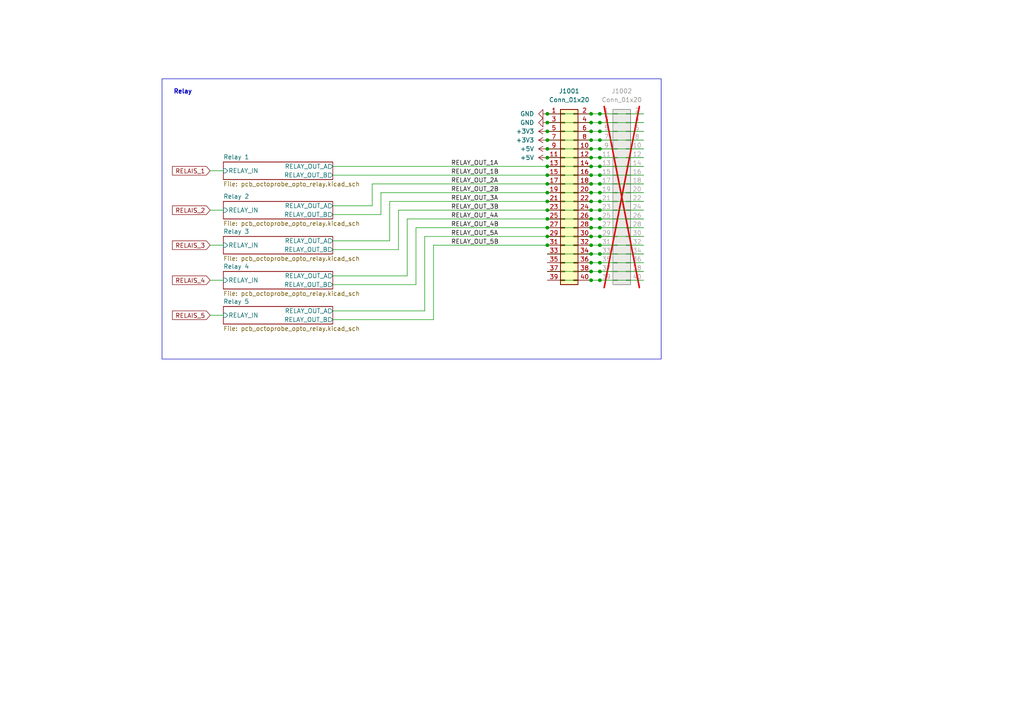
<source format=kicad_sch>
(kicad_sch (version 20231120) (generator "eeschema") (generator_version "8.0")
  (paper "A4")
  (title_block (title "Octoprobe tentacle") (date "2024-07-05") (rev "0.2") (company "Hans Märki, Märki Informatik") (comment 1 "The MIT License (MIT)"))
  (lib_symbols
    (symbol "Connector_Generic:Conn_02x20_Odd_Even" (pin_names (offset 1.016) hide)
      (property "Reference" "J" (at 1.27 25.4 0))
      (property "Value" "Conn_02x20_Odd_Even" (at 1.27 -27.94 0))
      (symbol "Conn_02x20_Odd_Even_1_1"
        (rectangle (start -1.27 -25.273) (end 0 -25.527) (stroke (width 0.1524)))
        (rectangle (start -1.27 -22.733) (end 0 -22.987) (stroke (width 0.1524)))
        (rectangle (start -1.27 -20.193) (end 0 -20.447) (stroke (width 0.1524)))
        (rectangle (start -1.27 -17.653) (end 0 -17.907) (stroke (width 0.1524)))
        (rectangle (start -1.27 -15.113) (end 0 -15.367) (stroke (width 0.1524)))
        (rectangle (start -1.27 -12.573) (end 0 -12.827) (stroke (width 0.1524)))
        (rectangle (start -1.27 -10.033) (end 0 -10.287) (stroke (width 0.1524)))
        (rectangle (start -1.27 -7.493) (end 0 -7.747) (stroke (width 0.1524)))
        (rectangle (start -1.27 -4.953) (end 0 -5.207) (stroke (width 0.1524)))
        (rectangle (start -1.27 -2.413) (end 0 -2.667) (stroke (width 0.1524)))
        (rectangle (start -1.27 0.127) (end 0 -0.127) (stroke (width 0.1524)))
        (rectangle (start -1.27 2.667) (end 0 2.413) (stroke (width 0.1524)))
        (rectangle (start -1.27 5.207) (end 0 4.953) (stroke (width 0.1524)))
        (rectangle (start -1.27 7.747) (end 0 7.493) (stroke (width 0.1524)))
        (rectangle (start -1.27 10.287) (end 0 10.033) (stroke (width 0.1524)))
        (rectangle (start -1.27 12.827) (end 0 12.573) (stroke (width 0.1524)))
        (rectangle (start -1.27 15.367) (end 0 15.113) (stroke (width 0.1524)))
        (rectangle (start -1.27 17.907) (end 0 17.653) (stroke (width 0.1524)))
        (rectangle (start -1.27 20.447) (end 0 20.193) (stroke (width 0.1524)))
        (rectangle (start -1.27 22.987) (end 0 22.733) (stroke (width 0.1524)))
        (rectangle (start -1.27 24.13) (end 3.81 -26.67) (stroke (width 0.254)) (fill (type background)))
        (rectangle (start 3.81 -25.273) (end 2.54 -25.527) (stroke (width 0.1524)))
        (rectangle (start 3.81 -22.733) (end 2.54 -22.987) (stroke (width 0.1524)))
        (rectangle (start 3.81 -20.193) (end 2.54 -20.447) (stroke (width 0.1524)))
        (rectangle (start 3.81 -17.653) (end 2.54 -17.907) (stroke (width 0.1524)))
        (rectangle (start 3.81 -15.113) (end 2.54 -15.367) (stroke (width 0.1524)))
        (rectangle (start 3.81 -12.573) (end 2.54 -12.827) (stroke (width 0.1524)))
        (rectangle (start 3.81 -10.033) (end 2.54 -10.287) (stroke (width 0.1524)))
        (rectangle (start 3.81 -7.493) (end 2.54 -7.747) (stroke (width 0.1524)))
        (rectangle (start 3.81 -4.953) (end 2.54 -5.207) (stroke (width 0.1524)))
        (rectangle (start 3.81 -2.413) (end 2.54 -2.667) (stroke (width 0.1524)))
        (rectangle (start 3.81 0.127) (end 2.54 -0.127) (stroke (width 0.1524)))
        (rectangle (start 3.81 2.667) (end 2.54 2.413) (stroke (width 0.1524)))
        (rectangle (start 3.81 5.207) (end 2.54 4.953) (stroke (width 0.1524)))
        (rectangle (start 3.81 7.747) (end 2.54 7.493) (stroke (width 0.1524)))
        (rectangle (start 3.81 10.287) (end 2.54 10.033) (stroke (width 0.1524)))
        (rectangle (start 3.81 12.827) (end 2.54 12.573) (stroke (width 0.1524)))
        (rectangle (start 3.81 15.367) (end 2.54 15.113) (stroke (width 0.1524)))
        (rectangle (start 3.81 17.907) (end 2.54 17.653) (stroke (width 0.1524)))
        (rectangle (start 3.81 20.447) (end 2.54 20.193) (stroke (width 0.1524)))
        (rectangle (start 3.81 22.987) (end 2.54 22.733) (stroke (width 0.1524)))
        (pin passive line (at -5.08 22.86 0) (length 3.81) (name "Pin_1") (number "1"))
        (pin passive line (at 7.62 12.7 180) (length 3.81) (name "Pin_10") (number "10"))
        (pin passive line (at -5.08 10.16 0) (length 3.81) (name "Pin_11") (number "11"))
        (pin passive line (at 7.62 10.16 180) (length 3.81) (name "Pin_12") (number "12"))
        (pin passive line (at -5.08 7.62 0) (length 3.81) (name "Pin_13") (number "13"))
        (pin passive line (at 7.62 7.62 180) (length 3.81) (name "Pin_14") (number "14"))
        (pin passive line (at -5.08 5.08 0) (length 3.81) (name "Pin_15") (number "15"))
        (pin passive line (at 7.62 5.08 180) (length 3.81) (name "Pin_16") (number "16"))
        (pin passive line (at -5.08 2.54 0) (length 3.81) (name "Pin_17") (number "17"))
        (pin passive line (at 7.62 2.54 180) (length 3.81) (name "Pin_18") (number "18"))
        (pin passive line (at -5.08 0 0) (length 3.81) (name "Pin_19") (number "19"))
        (pin passive line (at 7.62 22.86 180) (length 3.81) (name "Pin_2") (number "2"))
        (pin passive line (at 7.62 0 180) (length 3.81) (name "Pin_20") (number "20"))
        (pin passive line (at -5.08 -2.54 0) (length 3.81) (name "Pin_21") (number "21"))
        (pin passive line (at 7.62 -2.54 180) (length 3.81) (name "Pin_22") (number "22"))
        (pin passive line (at -5.08 -5.08 0) (length 3.81) (name "Pin_23") (number "23"))
        (pin passive line (at 7.62 -5.08 180) (length 3.81) (name "Pin_24") (number "24"))
        (pin passive line (at -5.08 -7.62 0) (length 3.81) (name "Pin_25") (number "25"))
        (pin passive line (at 7.62 -7.62 180) (length 3.81) (name "Pin_26") (number "26"))
        (pin passive line (at -5.08 -10.16 0) (length 3.81) (name "Pin_27") (number "27"))
        (pin passive line (at 7.62 -10.16 180) (length 3.81) (name "Pin_28") (number "28"))
        (pin passive line (at -5.08 -12.7 0) (length 3.81) (name "Pin_29") (number "29"))
        (pin passive line (at -5.08 20.32 0) (length 3.81) (name "Pin_3") (number "3"))
        (pin passive line (at 7.62 -12.7 180) (length 3.81) (name "Pin_30") (number "30"))
        (pin passive line (at -5.08 -15.24 0) (length 3.81) (name "Pin_31") (number "31"))
        (pin passive line (at 7.62 -15.24 180) (length 3.81) (name "Pin_32") (number "32"))
        (pin passive line (at -5.08 -17.78 0) (length 3.81) (name "Pin_33") (number "33"))
        (pin passive line (at 7.62 -17.78 180) (length 3.81) (name "Pin_34") (number "34"))
        (pin passive line (at -5.08 -20.32 0) (length 3.81) (name "Pin_35") (number "35"))
        (pin passive line (at 7.62 -20.32 180) (length 3.81) (name "Pin_36") (number "36"))
        (pin passive line (at -5.08 -22.86 0) (length 3.81) (name "Pin_37") (number "37"))
        (pin passive line (at 7.62 -22.86 180) (length 3.81) (name "Pin_38") (number "38"))
        (pin passive line (at -5.08 -25.4 0) (length 3.81) (name "Pin_39") (number "39"))
        (pin passive line (at 7.62 20.32 180) (length 3.81) (name "Pin_4") (number "4"))
        (pin passive line (at 7.62 -25.4 180) (length 3.81) (name "Pin_40") (number "40"))
        (pin passive line (at -5.08 17.78 0) (length 3.81) (name "Pin_5") (number "5"))
        (pin passive line (at 7.62 17.78 180) (length 3.81) (name "Pin_6") (number "6"))
        (pin passive line (at -5.08 15.24 0) (length 3.81) (name "Pin_7") (number "7"))
        (pin passive line (at 7.62 15.24 180) (length 3.81) (name "Pin_8") (number "8"))
        (pin passive line (at -5.08 12.7 0) (length 3.81) (name "Pin_9") (number "9"))
      )
    )
    (symbol "power:+3V3" (power) (pin_numbers hide) (pin_names (offset 0) hide)
      (property "Value" "+3V3" (at 0 3.556 0))
      (symbol "+3V3_0_1"
        (polyline (pts (xy -0.762 1.27) (xy 0 2.54)))
        (polyline (pts (xy 0 0) (xy 0 2.54)))
        (polyline (pts (xy 0 2.54) (xy 0.762 1.27)))
      )
      (symbol "+3V3_1_1"
        (pin power_in line (at 0 0 90) (length 0) (name "~") (number "1"))
      )
    )
    (symbol "power:+5V" (power) (pin_numbers hide) (pin_names (offset 0) hide)
      (property "Value" "+5V" (at 0 3.556 0))
      (symbol "+5V_0_1"
        (polyline (pts (xy -0.762 1.27) (xy 0 2.54)))
        (polyline (pts (xy 0 0) (xy 0 2.54)))
        (polyline (pts (xy 0 2.54) (xy 0.762 1.27)))
      )
      (symbol "+5V_1_1"
        (pin power_in line (at 0 0 90) (length 0) (name "~") (number "1"))
      )
    )
    (symbol "power:GND" (power) (pin_numbers hide) (pin_names (offset 0) hide)
      (property "Value" "GND" (at 0 -3.81 0))
      (symbol "GND_0_1"
        (polyline (pts (xy 0 0) (xy 0 -1.27) (xy 1.27 -1.27) (xy 0 -2.54) (xy -1.27 -1.27) (xy 0 -1.27)))
      )
      (symbol "GND_1_1"
        (pin power_in line (at 0 0 270) (length 0) (name "~") (number "1"))
      )
    )
  )
  (junction (at 173.99 66.04))
  (junction (at 158.75 33.02))
  (junction (at 158.75 66.04))
  (junction (at 171.45 35.56))
  (junction (at 158.75 68.58))
  (junction (at 158.75 40.64))
  (junction (at 171.45 53.34))
  (junction (at 171.45 50.8))
  (junction (at 171.45 68.58))
  (junction (at 171.45 60.96))
  (junction (at 158.75 53.34))
  (junction (at 158.75 38.1))
  (junction (at 158.75 55.88))
  (junction (at 173.99 76.2))
  (junction (at 158.75 60.96))
  (junction (at 171.45 76.2))
  (junction (at 173.99 53.34))
  (junction (at 158.75 45.72))
  (junction (at 171.45 71.12))
  (junction (at 173.99 73.66))
  (junction (at 171.45 55.88))
  (junction (at 173.99 55.88))
  (junction (at 173.99 35.56))
  (junction (at 158.75 71.12))
  (junction (at 158.75 48.26))
  (junction (at 173.99 60.96))
  (junction (at 171.45 78.74))
  (junction (at 173.99 40.64))
  (junction (at 173.99 78.74))
  (junction (at 173.99 71.12))
  (junction (at 173.99 43.18))
  (junction (at 173.99 45.72))
  (junction (at 158.75 58.42))
  (junction (at 173.99 33.02))
  (junction (at 171.45 58.42))
  (junction (at 158.75 43.18))
  (junction (at 158.75 63.5))
  (junction (at 173.99 68.58))
  (junction (at 171.45 33.02))
  (junction (at 173.99 50.8))
  (junction (at 171.45 66.04))
  (junction (at 173.99 48.26))
  (junction (at 171.45 73.66))
  (junction (at 171.45 40.64))
  (junction (at 158.75 35.56))
  (junction (at 158.75 50.8))
  (junction (at 171.45 45.72))
  (junction (at 171.45 48.26))
  (junction (at 171.45 43.18))
  (junction (at 171.45 81.28))
  (junction (at 173.99 81.28))
  (junction (at 171.45 63.5))
  (junction (at 171.45 38.1))
  (junction (at 173.99 58.42))
  (junction (at 173.99 63.5))
  (junction (at 173.99 38.1))
  (wire (pts (xy 123.19 90.17) (xy 123.19 68.58)))
  (wire (pts (xy 120.65 66.04) (xy 120.65 82.55)))
  (wire (pts (xy 113.03 69.85) (xy 96.52 69.85)))
  (wire (pts (xy 125.73 92.71) (xy 125.73 71.12)))
  (wire (pts (xy 173.99 53.34) (xy 186.69 53.34)))
  (wire (pts (xy 173.99 33.02) (xy 186.69 33.02)))
  (wire (pts (xy 158.75 40.64) (xy 171.45 40.64)))
  (wire (pts (xy 171.45 68.58) (xy 173.99 68.58)))
  (wire (pts (xy 158.75 50.8) (xy 171.45 50.8)))
  (wire (pts (xy 96.52 90.17) (xy 123.19 90.17)))
  (wire (pts (xy 173.99 73.66) (xy 186.69 73.66)))
  (wire (pts (xy 158.75 73.66) (xy 171.45 73.66)))
  (wire (pts (xy 158.75 55.88) (xy 171.45 55.88)))
  (wire (pts (xy 171.45 81.28) (xy 173.99 81.28)))
  (wire (pts (xy 158.75 48.26) (xy 171.45 48.26)))
  (wire (pts (xy 158.75 53.34) (xy 171.45 53.34)))
  (wire (pts (xy 158.75 35.56) (xy 171.45 35.56)))
  (wire (pts (xy 171.45 71.12) (xy 173.99 71.12)))
  (wire (pts (xy 158.75 63.5) (xy 171.45 63.5)))
  (wire (pts (xy 158.75 68.58) (xy 171.45 68.58)))
  (wire (pts (xy 118.11 63.5) (xy 118.11 80.01)))
  (wire (pts (xy 60.96 60.96) (xy 64.77 60.96)))
  (wire (pts (xy 60.96 49.53) (xy 64.77 49.53)))
  (wire (pts (xy 158.75 45.72) (xy 171.45 45.72)))
  (wire (pts (xy 158.75 58.42) (xy 113.03 58.42)))
  (wire (pts (xy 158.75 43.18) (xy 171.45 43.18)))
  (wire (pts (xy 115.57 72.39) (xy 115.57 60.96)))
  (wire (pts (xy 158.75 76.2) (xy 171.45 76.2)))
  (wire (pts (xy 125.73 92.71) (xy 96.52 92.71)))
  (wire (pts (xy 171.45 50.8) (xy 173.99 50.8)))
  (wire (pts (xy 158.75 33.02) (xy 171.45 33.02)))
  (wire (pts (xy 171.45 40.64) (xy 173.99 40.64)))
  (wire (pts (xy 173.99 58.42) (xy 186.69 58.42)))
  (wire (pts (xy 171.45 78.74) (xy 173.99 78.74)))
  (wire (pts (xy 173.99 45.72) (xy 186.69 45.72)))
  (wire (pts (xy 173.99 55.88) (xy 186.69 55.88)))
  (wire (pts (xy 96.52 72.39) (xy 115.57 72.39)))
  (wire (pts (xy 173.99 43.18) (xy 186.69 43.18)))
  (wire (pts (xy 173.99 71.12) (xy 186.69 71.12)))
  (wire (pts (xy 158.75 81.28) (xy 171.45 81.28)))
  (wire (pts (xy 173.99 68.58) (xy 186.69 68.58)))
  (wire (pts (xy 96.52 48.26) (xy 158.75 48.26)))
  (wire (pts (xy 120.65 82.55) (xy 96.52 82.55)))
  (wire (pts (xy 173.99 50.8) (xy 186.69 50.8)))
  (wire (pts (xy 171.45 43.18) (xy 173.99 43.18)))
  (wire (pts (xy 171.45 63.5) (xy 173.99 63.5)))
  (wire (pts (xy 120.65 66.04) (xy 158.75 66.04)))
  (wire (pts (xy 171.45 58.42) (xy 173.99 58.42)))
  (wire (pts (xy 60.96 91.44) (xy 64.77 91.44)))
  (wire (pts (xy 173.99 60.96) (xy 186.69 60.96)))
  (wire (pts (xy 158.75 78.74) (xy 171.45 78.74)))
  (wire (pts (xy 171.45 73.66) (xy 173.99 73.66)))
  (wire (pts (xy 173.99 66.04) (xy 186.69 66.04)))
  (wire (pts (xy 110.49 62.23) (xy 110.49 55.88)))
  (wire (pts (xy 158.75 60.96) (xy 171.45 60.96)))
  (wire (pts (xy 158.75 71.12) (xy 125.73 71.12)))
  (wire (pts (xy 158.75 71.12) (xy 171.45 71.12)))
  (wire (pts (xy 171.45 35.56) (xy 173.99 35.56)))
  (wire (pts (xy 171.45 55.88) (xy 173.99 55.88)))
  (wire (pts (xy 158.75 66.04) (xy 171.45 66.04)))
  (wire (pts (xy 173.99 40.64) (xy 186.69 40.64)))
  (wire (pts (xy 96.52 80.01) (xy 118.11 80.01)))
  (wire (pts (xy 173.99 35.56) (xy 186.69 35.56)))
  (wire (pts (xy 173.99 81.28) (xy 186.69 81.28)))
  (wire (pts (xy 171.45 66.04) (xy 173.99 66.04)))
  (wire (pts (xy 115.57 60.96) (xy 158.75 60.96)))
  (wire (pts (xy 171.45 45.72) (xy 173.99 45.72)))
  (wire (pts (xy 171.45 48.26) (xy 173.99 48.26)))
  (wire (pts (xy 173.99 48.26) (xy 186.69 48.26)))
  (wire (pts (xy 171.45 76.2) (xy 173.99 76.2)))
  (wire (pts (xy 158.75 53.34) (xy 107.95 53.34)))
  (wire (pts (xy 110.49 55.88) (xy 158.75 55.88)))
  (wire (pts (xy 96.52 50.8) (xy 158.75 50.8)))
  (wire (pts (xy 107.95 53.34) (xy 107.95 59.69)))
  (wire (pts (xy 171.45 60.96) (xy 173.99 60.96)))
  (wire (pts (xy 107.95 59.69) (xy 96.52 59.69)))
  (wire (pts (xy 171.45 53.34) (xy 173.99 53.34)))
  (wire (pts (xy 158.75 68.58) (xy 123.19 68.58)))
  (wire (pts (xy 60.96 81.28) (xy 64.77 81.28)))
  (wire (pts (xy 171.45 38.1) (xy 173.99 38.1)))
  (wire (pts (xy 158.75 63.5) (xy 118.11 63.5)))
  (wire (pts (xy 158.75 58.42) (xy 171.45 58.42)))
  (wire (pts (xy 173.99 38.1) (xy 186.69 38.1)))
  (wire (pts (xy 96.52 62.23) (xy 110.49 62.23)))
  (wire (pts (xy 173.99 78.74) (xy 186.69 78.74)))
  (wire (pts (xy 171.45 33.02) (xy 173.99 33.02)))
  (wire (pts (xy 173.99 63.5) (xy 186.69 63.5)))
  (wire (pts (xy 113.03 58.42) (xy 113.03 69.85)))
  (wire (pts (xy 158.75 38.1) (xy 171.45 38.1)))
  (wire (pts (xy 60.96 71.12) (xy 64.77 71.12)))
  (wire (pts (xy 173.99 76.2) (xy 186.69 76.2)))
  (rectangle (start 46.99 22.86) (end 191.77 104.14))
  (text "Relay" (at 50.292 27.432 0) (effects (font (size 1.27 1.27) (thickness 0.254) (bold yes)) (justify left bottom)))
  (label "RELAY_OUT_3B" (at 130.81 60.96 0))
  (label "RELAY_OUT_2B" (at 130.81 55.88 0))
  (label "RELAY_OUT_1A" (at 130.81 48.26 0))
  (label "RELAY_OUT_5A" (at 130.81 68.58 0))
  (label "RELAY_OUT_1B" (at 130.81 50.8 0))
  (label "RELAY_OUT_4A" (at 130.81 63.5 0))
  (label "RELAY_OUT_5B" (at 130.81 71.12 0))
  (label "RELAY_OUT_3A" (at 130.81 58.42 0))
  (label "RELAY_OUT_4B" (at 130.81 66.04 0))
  (label "RELAY_OUT_2A" (at 130.81 53.34 0))
  (global_label "RELAIS_5" (shape input) (at 60.96 91.44 180) (property "Intersheetrefs" "${INTERSHEET_REFS}" (effects (hide yes))))
  (global_label "RELAIS_3" (shape input) (at 60.96 71.12 180) (property "Intersheetrefs" "${INTERSHEET_REFS}" (effects (hide yes))))
  (global_label "RELAIS_4" (shape input) (at 60.96 81.28 180) (property "Intersheetrefs" "${INTERSHEET_REFS}" (effects (hide yes))))
  (global_label "RELAIS_2" (shape input) (at 60.96 60.96 180) (property "Intersheetrefs" "${INTERSHEET_REFS}" (effects (hide yes))))
  (global_label "RELAIS_1" (shape input) (at 60.96 49.53 180) (property "Intersheetrefs" "${INTERSHEET_REFS}" (effects (hide yes))))
  (symbol (lib_id "power:+3V3") (at 158.75 38.1 90) (unit 1)
    (property "Reference" "#PWR01003" (effects (hide yes)))
    (property "Value" "+3V3" (at 154.94 38.0999 90) (effects (justify left)))
    (property "Description" "Power symbol creates a global label with name \"+3V3\"" (effects (hide yes)))
  )
  (symbol (lib_id "Connector_Generic:Conn_02x20_Odd_Even") (at 179.07 55.88 0) (unit 1) (in_bom no) (dnp yes)
    (property "Reference" "J1002" (at 180.34 26.416 0))
    (property "Value" "Conn_01x20" (at 180.34 28.956 0))
    (property "Footprint" "00_project_library:PinSocket_2x20_P2.54mm_Vertical-mirrored" (effects (hide yes)))
  )
  (symbol (lib_id "power:+3V3") (at 158.75 40.64 90) (unit 1)
    (property "Reference" "#PWR01004" (effects (hide yes)))
    (property "Value" "+3V3" (at 154.94 40.6399 90) (effects (justify left)))
    (property "Description" "Power symbol creates a global label with name \"+3V3\"" (effects (hide yes)))
  )
  (symbol (lib_id "power:GND") (at 158.75 33.02 270) (unit 1)
    (property "Reference" "#PWR01001" (effects (hide yes)))
    (property "Value" "GND" (at 154.94 33.0199 90) (effects (justify right)))
    (property "Description" "Power symbol creates a global label with name \"GND\" , ground" (effects (hide yes)))
  )
  (symbol (lib_id "Connector_Generic:Conn_02x20_Odd_Even") (at 163.83 55.88 0) (unit 1) (in_bom no)
    (property "Reference" "J1001" (at 165.1 26.416 0))
    (property "Value" "Conn_01x20" (at 165.1 28.956 0))
    (property "Footprint" "00_project_library:PinSocket_2x20_P2.54mm_Vertical-mirrored" (effects (hide yes)))
  )
  (symbol (lib_id "power:+5V") (at 158.75 45.72 90) (unit 1)
    (property "Reference" "#PWR01006" (effects (hide yes)))
    (property "Value" "+5V" (at 154.94 45.7199 90) (effects (justify left)))
    (property "Description" "Power symbol creates a global label with name \"+5V\"" (effects (hide yes)))
  )
  (symbol (lib_id "power:GND") (at 158.75 35.56 270) (unit 1)
    (property "Reference" "#PWR01002" (effects (hide yes)))
    (property "Value" "GND" (at 154.94 35.5599 90) (effects (justify right)))
    (property "Description" "Power symbol creates a global label with name \"GND\" , ground" (effects (hide yes)))
  )
  (symbol (lib_id "power:+5V") (at 158.75 43.18 90) (unit 1)
    (property "Reference" "#PWR01005" (effects (hide yes)))
    (property "Value" "+5V" (at 154.94 43.1799 90) (effects (justify left)))
    (property "Description" "Power symbol creates a global label with name \"+5V\"" (effects (hide yes)))
  )
  (sheet (at 64.77 88.9) (size 31.75 5.08) (stroke (width 0.1524))
    (property "Sheetname" "Relay 5" (at 64.77 88.1884 0) (effects (justify left bottom)))
    (property "Sheetfile" "pcb_octoprobe_opto_relay.kicad_sch" (at 64.77 94.5646 0) (effects (justify left top)))
    (property "RELAIS_NUMBER" "5" (effects (hide yes)))
    (pin "RELAY_IN" input (at 64.77 91.44 180))
    (pin "RELAY_OUT_B" output (at 96.52 92.71 0))
    (pin "RELAY_OUT_A" output (at 96.52 90.17 0))
  )
  (sheet (at 64.77 58.42) (size 31.75 5.08) (stroke (width 0.1524))
    (property "Sheetname" "Relay 2" (at 64.77 57.7084 0) (effects (justify left bottom)))
    (property "Sheetfile" "pcb_octoprobe_opto_relay.kicad_sch" (at 64.77 64.0846 0) (effects (justify left top)))
    (property "RELAIS_NUMBER" "2" (effects (hide yes)))
    (pin "RELAY_IN" input (at 64.77 60.96 180))
    (pin "RELAY_OUT_B" output (at 96.52 62.23 0))
    (pin "RELAY_OUT_A" output (at 96.52 59.69 0))
  )
  (sheet (at 64.77 46.99) (size 31.75 5.08) (stroke (width 0.1524))
    (property "Sheetname" "Relay 1" (at 64.77 46.2784 0) (effects (justify left bottom)))
    (property "Sheetfile" "pcb_octoprobe_opto_relay.kicad_sch" (at 64.77 52.6546 0) (effects (justify left top)))
    (property "RELAIS_NUMBER" "1" (effects (hide yes)))
    (pin "RELAY_IN" input (at 64.77 49.53 180))
    (pin "RELAY_OUT_B" output (at 96.52 50.8 0))
    (pin "RELAY_OUT_A" output (at 96.52 48.26 0))
  )
  (sheet (at 64.77 68.58) (size 31.75 5.08) (stroke (width 0.1524))
    (property "Sheetname" "Relay 3" (at 64.77 67.8684 0) (effects (justify left bottom)))
    (property "Sheetfile" "pcb_octoprobe_opto_relay.kicad_sch" (at 64.77 74.2446 0) (effects (justify left top)))
    (property "RELAIS_NUMBER" "3" (effects (hide yes)))
    (pin "RELAY_IN" input (at 64.77 71.12 180))
    (pin "RELAY_OUT_B" output (at 96.52 72.39 0))
    (pin "RELAY_OUT_A" output (at 96.52 69.85 0))
  )
  (sheet (at 64.77 78.74) (size 31.75 5.08) (stroke (width 0.1524))
    (property "Sheetname" "Relay 4" (at 64.77 78.0284 0) (effects (justify left bottom)))
    (property "Sheetfile" "pcb_octoprobe_opto_relay.kicad_sch" (at 64.77 84.4046 0) (effects (justify left top)))
    (property "RELAIS_NUMBER" "4" (effects (hide yes)))
    (pin "RELAY_IN" input (at 64.77 81.28 180))
    (pin "RELAY_OUT_B" output (at 96.52 82.55 0))
    (pin "RELAY_OUT_A" output (at 96.52 80.01 0))
  )
)
</source>
